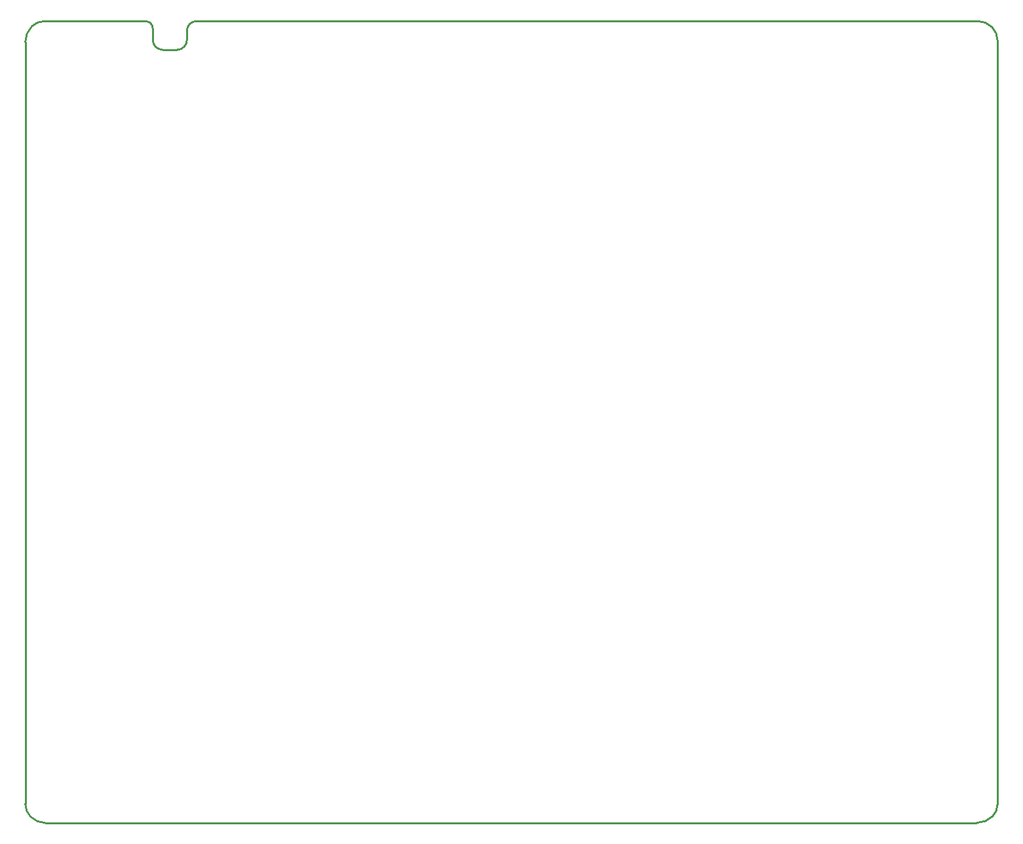
<source format=gko>
G04*
G04 #@! TF.GenerationSoftware,Altium Limited,Altium Designer,21.3.2 (30)*
G04*
G04 Layer_Color=16711935*
%FSTAX24Y24*%
%MOIN*%
G70*
G04*
G04 #@! TF.SameCoordinates,B67C6306-A56B-4E52-B5C8-3BB335875088*
G04*
G04*
G04 #@! TF.FilePolarity,Positive*
G04*
G01*
G75*
%ADD10C,0.0100*%
D10*
X08406Y05786D02*
G03*
X08336Y05815I-0007J-0007D01*
G01*
X08435Y05716D02*
G03*
X08406Y05786I-00099J0D01*
G01*
X0841Y01774D02*
G03*
X08435Y018344I-000604J000604D01*
G01*
X083279Y0174D02*
G03*
X0841Y01774I0J001161D01*
G01*
X03517Y01771D02*
G03*
X035918Y0174I000748J000748D01*
G01*
X0349Y018362D02*
G03*
X03517Y01771I000922J0D01*
G01*
X03523Y05789D02*
G03*
X0349Y057093I000797J-000797D01*
G01*
X035858Y05815D02*
G03*
X03523Y05789I0J-000888D01*
G01*
X04138Y05779D02*
G03*
X04102Y05815I-00036J0D01*
G01*
X04138Y0572D02*
G03*
X04188Y0567I0005J0D01*
G01*
X04262D02*
G03*
X04312Y0572I0J0005D01*
G01*
X0436Y05815D02*
G03*
X04312Y05767I0J-00048D01*
G01*
X04446Y05815D02*
X08336D01*
X08435Y018344D02*
Y05716D01*
X035918Y0174D02*
X083279D01*
X0349Y018362D02*
Y057093D01*
X035858Y05815D02*
X04102D01*
X04138Y0572D02*
Y05779D01*
X04188Y0567D02*
X04262D01*
X04312Y0572D02*
Y05767D01*
X0436Y05815D02*
X04446D01*
M02*

</source>
